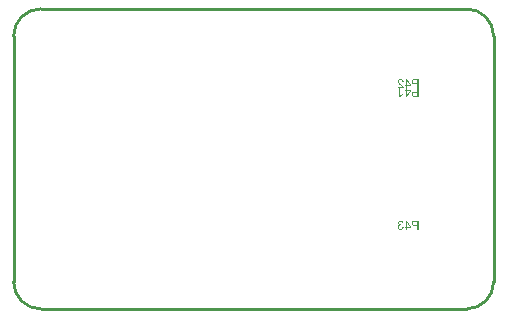
<source format=gm1>
G04*
G04 #@! TF.GenerationSoftware,Altium Limited,Altium Designer,20.1.11 (218)*
G04*
G04 Layer_Color=4660084*
%FSLAX44Y44*%
%MOMM*%
G71*
G04*
G04 #@! TF.SameCoordinates,FB7AA9F9-362F-42BE-8F52-ADE0DE83CFEB*
G04*
G04*
G04 #@! TF.FilePolarity,Positive*
G04*
G01*
G75*
%ADD22C,0.2540*%
G36*
X327847Y194696D02*
X328036Y194686D01*
X328216Y194656D01*
X328376Y194616D01*
X328536Y194576D01*
X328675Y194527D01*
X328805Y194477D01*
X328925Y194427D01*
X329035Y194367D01*
X329125Y194317D01*
X329204Y194267D01*
X329274Y194227D01*
X329324Y194187D01*
X329364Y194157D01*
X329384Y194147D01*
X329394Y194137D01*
X329514Y194028D01*
X329614Y193908D01*
X329703Y193778D01*
X329783Y193638D01*
X329853Y193508D01*
X329913Y193369D01*
X330003Y193099D01*
X330043Y192979D01*
X330073Y192860D01*
X330093Y192760D01*
X330113Y192670D01*
X330123Y192590D01*
Y192540D01*
X330133Y192500D01*
Y192490D01*
X329165Y192390D01*
X329145Y192650D01*
X329105Y192869D01*
X329035Y193059D01*
X328955Y193229D01*
X328885Y193349D01*
X328815Y193449D01*
X328775Y193498D01*
X328755Y193518D01*
X328596Y193658D01*
X328416Y193758D01*
X328226Y193828D01*
X328056Y193878D01*
X327907Y193908D01*
X327837Y193918D01*
X327777D01*
X327737Y193928D01*
X327667D01*
X327438Y193908D01*
X327228Y193868D01*
X327048Y193808D01*
X326898Y193738D01*
X326779Y193658D01*
X326689Y193598D01*
X326639Y193558D01*
X326619Y193538D01*
X326479Y193389D01*
X326380Y193229D01*
X326310Y193079D01*
X326260Y192929D01*
X326230Y192800D01*
X326220Y192690D01*
X326210Y192650D01*
Y192630D01*
Y192610D01*
Y192600D01*
Y192500D01*
X326230Y192400D01*
X326280Y192191D01*
X326349Y192001D01*
X326429Y191831D01*
X326519Y191682D01*
X326559Y191622D01*
X326589Y191562D01*
X326619Y191522D01*
X326639Y191492D01*
X326649Y191472D01*
X326659Y191462D01*
X326749Y191342D01*
X326859Y191222D01*
X326978Y191093D01*
X327108Y190953D01*
X327388Y190683D01*
X327667Y190424D01*
X327797Y190304D01*
X327927Y190194D01*
X328046Y190095D01*
X328146Y190005D01*
X328226Y189935D01*
X328296Y189885D01*
X328336Y189845D01*
X328346Y189835D01*
X328635Y189595D01*
X328885Y189376D01*
X329095Y189176D01*
X329264Y189006D01*
X329404Y188867D01*
X329504Y188757D01*
X329534Y188717D01*
X329564Y188687D01*
X329574Y188677D01*
X329584Y188667D01*
X329734Y188477D01*
X329863Y188298D01*
X329963Y188128D01*
X330053Y187968D01*
X330123Y187838D01*
X330163Y187739D01*
X330183Y187699D01*
X330193Y187669D01*
X330203Y187659D01*
Y187649D01*
X330243Y187529D01*
X330272Y187419D01*
X330293Y187309D01*
X330303Y187210D01*
X330312Y187120D01*
Y187060D01*
Y187020D01*
Y187000D01*
X327567D01*
Y181001D01*
X327587Y181011D01*
X327627Y181051D01*
X327707Y181120D01*
X327807Y181200D01*
X327937Y181300D01*
X328096Y181410D01*
X328266Y181530D01*
X328466Y181649D01*
X328476D01*
X328486Y181660D01*
X328516Y181679D01*
X328556Y181700D01*
X328665Y181759D01*
X328795Y181829D01*
X328945Y181909D01*
X329115Y181989D01*
X329284Y182069D01*
X329454Y182139D01*
Y181220D01*
X329444D01*
X329414Y181200D01*
X329374Y181180D01*
X329324Y181150D01*
X329254Y181120D01*
X329174Y181071D01*
X328985Y180971D01*
X328775Y180841D01*
X328536Y180681D01*
X328306Y180512D01*
X328076Y180322D01*
X328066Y180312D01*
X328046Y180302D01*
X328017Y180272D01*
X327977Y180232D01*
X327877Y180132D01*
X327747Y179993D01*
X327617Y179843D01*
X327477Y179663D01*
X327348Y179483D01*
X327238Y179294D01*
X326629D01*
Y187000D01*
X325232D01*
Y187908D01*
X329005D01*
X328875Y188088D01*
X328805Y188178D01*
X328745Y188248D01*
X328685Y188318D01*
X328645Y188368D01*
X328615Y188398D01*
X328605Y188407D01*
X328556Y188457D01*
X328486Y188527D01*
X328416Y188597D01*
X328336Y188667D01*
X328156Y188827D01*
X327967Y188986D01*
X327797Y189136D01*
X327717Y189206D01*
X327657Y189266D01*
X327597Y189306D01*
X327557Y189346D01*
X327527Y189366D01*
X327517Y189376D01*
X327338Y189536D01*
X327158Y189685D01*
X327008Y189815D01*
X326859Y189945D01*
X326729Y190065D01*
X326609Y190184D01*
X326499Y190284D01*
X326409Y190374D01*
X326320Y190454D01*
X326250Y190524D01*
X326190Y190584D01*
X326140Y190634D01*
X326110Y190674D01*
X326080Y190703D01*
X326060Y190713D01*
Y190723D01*
X325910Y190903D01*
X325780Y191083D01*
X325671Y191242D01*
X325581Y191382D01*
X325511Y191492D01*
X325471Y191582D01*
X325441Y191642D01*
X325431Y191662D01*
X325371Y191831D01*
X325321Y191991D01*
X325291Y192151D01*
X325261Y192281D01*
X325252Y192400D01*
X325242Y192490D01*
Y192550D01*
Y192570D01*
X325252Y192740D01*
X325271Y192899D01*
X325301Y193049D01*
X325341Y193189D01*
X325451Y193449D01*
X325501Y193568D01*
X325561Y193668D01*
X325631Y193768D01*
X325681Y193848D01*
X325741Y193918D01*
X325790Y193978D01*
X325830Y194028D01*
X325860Y194057D01*
X325880Y194077D01*
X325890Y194087D01*
X326020Y194197D01*
X326150Y194287D01*
X326290Y194377D01*
X326439Y194447D01*
X326589Y194507D01*
X326729Y194557D01*
X327008Y194626D01*
X327138Y194656D01*
X327258Y194676D01*
X327368Y194686D01*
X327467Y194696D01*
X327537Y194706D01*
X327647D01*
X327847Y194696D01*
D02*
G37*
G36*
X342900Y187000D02*
X342900D01*
X342900D01*
Y179324D01*
X339746D01*
X339576Y179334D01*
X339396Y179344D01*
X339197Y179354D01*
X339007Y179374D01*
X338847Y179404D01*
X338817D01*
X338797Y179414D01*
X338757Y179424D01*
X338648Y179443D01*
X338518Y179483D01*
X338368Y179533D01*
X338218Y179593D01*
X338059Y179673D01*
X337909Y179763D01*
X337889Y179773D01*
X337849Y179813D01*
X337769Y179873D01*
X337689Y179953D01*
X337589Y180052D01*
X337480Y180182D01*
X337380Y180332D01*
X337290Y180502D01*
Y180512D01*
X337280Y180522D01*
X337270Y180551D01*
X337250Y180581D01*
X337210Y180681D01*
X337170Y180811D01*
X337130Y180971D01*
X337090Y181150D01*
X337060Y181340D01*
X337050Y181550D01*
Y181560D01*
Y181590D01*
Y181640D01*
X337060Y181709D01*
X337070Y181799D01*
X337080Y181899D01*
X337100Y182009D01*
X337130Y182119D01*
X337200Y182388D01*
X337250Y182518D01*
X337320Y182658D01*
X337390Y182798D01*
X337470Y182937D01*
X337570Y183077D01*
X337679Y183207D01*
X337689Y183217D01*
X337709Y183237D01*
X337749Y183267D01*
X337799Y183317D01*
X337869Y183367D01*
X337959Y183416D01*
X338069Y183486D01*
X338188Y183546D01*
X338338Y183606D01*
X338498Y183666D01*
X338688Y183726D01*
X338887Y183776D01*
X339117Y183826D01*
X339366Y183856D01*
X339636Y183876D01*
X339925Y183886D01*
X341882D01*
Y187000D01*
Y190114D01*
X339925D01*
X339636Y190124D01*
X339366Y190144D01*
X339117Y190174D01*
X338887Y190224D01*
X338688Y190274D01*
X338498Y190334D01*
X338338Y190394D01*
X338188Y190454D01*
X338069Y190514D01*
X337959Y190584D01*
X337869Y190634D01*
X337799Y190683D01*
X337749Y190733D01*
X337709Y190763D01*
X337689Y190783D01*
X337679Y190793D01*
X337570Y190923D01*
X337470Y191063D01*
X337390Y191203D01*
X337320Y191342D01*
X337250Y191482D01*
X337200Y191612D01*
X337130Y191881D01*
X337100Y191991D01*
X337080Y192101D01*
X337070Y192201D01*
X337060Y192291D01*
X337050Y192360D01*
Y192410D01*
Y192440D01*
Y192450D01*
X337060Y192660D01*
X337090Y192850D01*
X337130Y193029D01*
X337170Y193189D01*
X337210Y193319D01*
X337250Y193419D01*
X337270Y193449D01*
X337280Y193479D01*
X337290Y193488D01*
Y193498D01*
X337380Y193668D01*
X337480Y193818D01*
X337589Y193948D01*
X337689Y194047D01*
X337769Y194127D01*
X337849Y194187D01*
X337889Y194227D01*
X337909Y194237D01*
X338059Y194327D01*
X338218Y194407D01*
X338368Y194467D01*
X338518Y194517D01*
X338648Y194557D01*
X338757Y194576D01*
X338797Y194587D01*
X338817Y194597D01*
X338847D01*
X339007Y194626D01*
X339197Y194646D01*
X339396Y194656D01*
X339576Y194666D01*
X339746Y194676D01*
X342900D01*
Y187000D01*
D02*
G37*
G36*
X336451Y189705D02*
Y188837D01*
X333117D01*
Y187000D01*
Y185163D01*
X336451D01*
Y184295D01*
X332948Y179324D01*
X332179D01*
Y184295D01*
X331141D01*
Y185163D01*
X332179D01*
Y187000D01*
Y188837D01*
X331141D01*
Y189705D01*
X332179D01*
Y194676D01*
X332948D01*
X336451Y189705D01*
D02*
G37*
G36*
X327947Y74696D02*
X328106Y74686D01*
X328406Y74626D01*
X328665Y74537D01*
X328775Y74487D01*
X328885Y74447D01*
X328975Y74397D01*
X329065Y74347D01*
X329134Y74297D01*
X329194Y74257D01*
X329244Y74227D01*
X329274Y74197D01*
X329294Y74187D01*
X329304Y74177D01*
X329414Y74077D01*
X329514Y73968D01*
X329684Y73728D01*
X329813Y73488D01*
X329923Y73259D01*
X329963Y73149D01*
X329993Y73049D01*
X330023Y72949D01*
X330043Y72880D01*
X330063Y72810D01*
X330073Y72760D01*
X330083Y72730D01*
Y72720D01*
X329145Y72550D01*
X329095Y72790D01*
X329035Y72999D01*
X328955Y73179D01*
X328875Y73319D01*
X328805Y73439D01*
X328745Y73518D01*
X328705Y73558D01*
X328685Y73578D01*
X328536Y73698D01*
X328386Y73778D01*
X328226Y73838D01*
X328086Y73888D01*
X327957Y73908D01*
X327847Y73918D01*
X327807Y73928D01*
X327757D01*
X327557Y73918D01*
X327388Y73878D01*
X327228Y73818D01*
X327098Y73758D01*
X326998Y73688D01*
X326918Y73638D01*
X326879Y73598D01*
X326859Y73578D01*
X326739Y73449D01*
X326649Y73299D01*
X326589Y73159D01*
X326539Y73029D01*
X326519Y72909D01*
X326509Y72820D01*
X326499Y72750D01*
Y72740D01*
Y72730D01*
X326509Y72610D01*
X326519Y72500D01*
X326579Y72301D01*
X326649Y72131D01*
X326739Y71991D01*
X326829Y71891D01*
X326908Y71811D01*
X326968Y71771D01*
X326978Y71751D01*
X326988D01*
X327168Y71652D01*
X327358Y71572D01*
X327537Y71522D01*
X327707Y71482D01*
X327847Y71462D01*
X327967Y71452D01*
X328007Y71442D01*
X328116D01*
X328166Y71452D01*
X328196Y71462D01*
X328216D01*
X328326Y70634D01*
X328186Y70663D01*
X328056Y70693D01*
X327937Y70713D01*
X327837Y70723D01*
X327767Y70733D01*
X327657D01*
X327418Y70713D01*
X327208Y70663D01*
X327028Y70604D01*
X326869Y70524D01*
X326749Y70444D01*
X326659Y70384D01*
X326599Y70334D01*
X326579Y70314D01*
X326499Y70234D01*
X326439Y70144D01*
X326329Y69975D01*
X326250Y69795D01*
X326200Y69625D01*
X326170Y69476D01*
X326160Y69406D01*
Y69356D01*
X326150Y69306D01*
Y69276D01*
Y69256D01*
Y69246D01*
Y69126D01*
X326170Y69006D01*
X326220Y68787D01*
X326300Y68587D01*
X326380Y68427D01*
X326459Y68288D01*
X326539Y68188D01*
X326569Y68158D01*
X326589Y68128D01*
X326599Y68118D01*
X326609Y68108D01*
X326699Y68028D01*
X326789Y67958D01*
X326978Y67839D01*
X327168Y67759D01*
X327348Y67709D01*
X327497Y67669D01*
X327567Y67659D01*
X327627D01*
X327667Y67649D01*
X327737D01*
X327937Y67669D01*
X328126Y67709D01*
X328286Y67759D01*
X328426Y67828D01*
X328546Y67888D01*
X328625Y67948D01*
X328675Y67988D01*
X328695Y67998D01*
X328765Y68068D01*
X328825Y68148D01*
X328935Y68338D01*
X329035Y68527D01*
X329105Y68717D01*
X329165Y68897D01*
X329184Y68966D01*
X329204Y69036D01*
X329214Y69086D01*
X329224Y69126D01*
X329234Y69156D01*
Y69166D01*
X330173Y69036D01*
X330153Y68857D01*
X330113Y68687D01*
X330073Y68537D01*
X330013Y68387D01*
X329953Y68248D01*
X329893Y68118D01*
X329823Y67998D01*
X329763Y67888D01*
X329693Y67799D01*
X329634Y67709D01*
X329574Y67639D01*
X329524Y67579D01*
X329474Y67529D01*
X329444Y67499D01*
X329424Y67479D01*
X329414Y67469D01*
X329284Y67359D01*
X329155Y67270D01*
X329015Y67190D01*
X328865Y67120D01*
X328725Y67070D01*
X328586Y67020D01*
X328326Y66950D01*
X328206Y66920D01*
X328086Y66900D01*
X327987Y66890D01*
X327907Y66880D01*
X327837Y66870D01*
X327737D01*
X327527Y66880D01*
X327338Y66900D01*
X327148Y66930D01*
X326978Y66980D01*
X326809Y67030D01*
X326659Y67090D01*
X326519Y67150D01*
X326389Y67220D01*
X326280Y67280D01*
X326180Y67339D01*
X326090Y67399D01*
X326020Y67449D01*
X325960Y67499D01*
X325920Y67529D01*
X325900Y67549D01*
X325890Y67559D01*
X325761Y67689D01*
X325651Y67828D01*
X325551Y67978D01*
X325461Y68118D01*
X325391Y68268D01*
X325331Y68408D01*
X325281Y68547D01*
X325242Y68677D01*
X325211Y68797D01*
X325192Y68907D01*
X325172Y69006D01*
X325162Y69096D01*
X325152Y69166D01*
Y69226D01*
Y69256D01*
Y69266D01*
X325172Y69535D01*
X325211Y69765D01*
X325271Y69975D01*
X325341Y70154D01*
X325411Y70304D01*
X325441Y70354D01*
X325471Y70404D01*
X325491Y70444D01*
X325511Y70474D01*
X325531Y70484D01*
Y70494D01*
X325681Y70663D01*
X325860Y70803D01*
X326030Y70923D01*
X326200Y71013D01*
X326349Y71073D01*
X326419Y71103D01*
X326479Y71123D01*
X326519Y71133D01*
X326559Y71143D01*
X326579Y71153D01*
X326589D01*
X326409Y71252D01*
X326250Y71352D01*
X326110Y71462D01*
X326000Y71572D01*
X325910Y71662D01*
X325850Y71732D01*
X325811Y71782D01*
X325801Y71801D01*
X325711Y71961D01*
X325641Y72121D01*
X325601Y72271D01*
X325561Y72410D01*
X325541Y72530D01*
X325531Y72630D01*
Y72690D01*
Y72700D01*
Y72710D01*
X325541Y72899D01*
X325571Y73079D01*
X325621Y73249D01*
X325671Y73399D01*
X325731Y73518D01*
X325770Y73618D01*
X325811Y73678D01*
X325821Y73688D01*
Y73698D01*
X325930Y73868D01*
X326060Y74008D01*
X326200Y74137D01*
X326329Y74247D01*
X326449Y74327D01*
X326539Y74387D01*
X326579Y74407D01*
X326609Y74427D01*
X326619Y74437D01*
X326629D01*
X326829Y74527D01*
X327028Y74596D01*
X327218Y74636D01*
X327398Y74676D01*
X327547Y74696D01*
X327617D01*
X327667Y74706D01*
X327777D01*
X327947Y74696D01*
D02*
G37*
G36*
X342900Y67000D02*
X341882D01*
Y70114D01*
X339925D01*
X339636Y70124D01*
X339366Y70144D01*
X339117Y70174D01*
X338887Y70224D01*
X338688Y70274D01*
X338498Y70334D01*
X338338Y70394D01*
X338188Y70454D01*
X338069Y70514D01*
X337959Y70584D01*
X337869Y70634D01*
X337799Y70683D01*
X337749Y70733D01*
X337709Y70763D01*
X337689Y70783D01*
X337679Y70793D01*
X337570Y70923D01*
X337470Y71063D01*
X337390Y71203D01*
X337320Y71342D01*
X337250Y71482D01*
X337200Y71612D01*
X337130Y71881D01*
X337100Y71991D01*
X337080Y72101D01*
X337070Y72201D01*
X337060Y72291D01*
X337050Y72360D01*
Y72410D01*
Y72440D01*
Y72450D01*
X337060Y72660D01*
X337090Y72850D01*
X337130Y73029D01*
X337170Y73189D01*
X337210Y73319D01*
X337250Y73418D01*
X337270Y73449D01*
X337280Y73478D01*
X337290Y73488D01*
Y73498D01*
X337380Y73668D01*
X337480Y73818D01*
X337589Y73948D01*
X337689Y74047D01*
X337769Y74127D01*
X337849Y74187D01*
X337889Y74227D01*
X337909Y74237D01*
X338059Y74327D01*
X338218Y74407D01*
X338368Y74467D01*
X338518Y74517D01*
X338648Y74556D01*
X338757Y74577D01*
X338797Y74587D01*
X338817Y74596D01*
X338847D01*
X339007Y74626D01*
X339197Y74646D01*
X339396Y74656D01*
X339576Y74666D01*
X339746Y74676D01*
X342900D01*
Y67000D01*
D02*
G37*
G36*
X336451Y69705D02*
Y68837D01*
X333117D01*
Y67000D01*
X332179D01*
Y68837D01*
X331141D01*
Y69705D01*
X332179D01*
Y74676D01*
X332948D01*
X336451Y69705D01*
D02*
G37*
%LPC*%
G36*
X341882Y193768D02*
X339686D01*
X339486Y193758D01*
X339326Y193748D01*
X339197Y193738D01*
X339107Y193718D01*
X339037Y193708D01*
X338997Y193698D01*
X338987D01*
X338847Y193648D01*
X338717Y193578D01*
X338608Y193508D01*
X338518Y193428D01*
X338448Y193359D01*
X338388Y193299D01*
X338358Y193259D01*
X338348Y193239D01*
X338268Y193109D01*
X338208Y192969D01*
X338158Y192830D01*
X338129Y192700D01*
X338108Y192590D01*
X338099Y192500D01*
Y192440D01*
Y192430D01*
Y192420D01*
X338119Y192181D01*
X338168Y191981D01*
X338228Y191801D01*
X338308Y191652D01*
X338388Y191532D01*
X338448Y191452D01*
X338498Y191402D01*
X338518Y191382D01*
X338598Y191322D01*
X338698Y191262D01*
X338907Y191173D01*
X339137Y191113D01*
X339366Y191073D01*
X339576Y191043D01*
X339666Y191033D01*
X339746D01*
X339815Y191023D01*
X341882D01*
Y193768D01*
D02*
G37*
G36*
Y182977D02*
X339815D01*
X339746Y182967D01*
X339666D01*
X339576Y182957D01*
X339366Y182927D01*
X339137Y182887D01*
X338907Y182827D01*
X338698Y182738D01*
X338598Y182678D01*
X338518Y182618D01*
X338498Y182598D01*
X338448Y182548D01*
X338388Y182468D01*
X338308Y182348D01*
X338228Y182199D01*
X338168Y182019D01*
X338119Y181819D01*
X338099Y181580D01*
Y181570D01*
Y181560D01*
Y181500D01*
X338108Y181410D01*
X338129Y181300D01*
X338158Y181170D01*
X338208Y181031D01*
X338268Y180891D01*
X338348Y180761D01*
X338358Y180741D01*
X338388Y180701D01*
X338448Y180641D01*
X338518Y180571D01*
X338608Y180492D01*
X338717Y180422D01*
X338847Y180352D01*
X338987Y180302D01*
X338997D01*
X339037Y180292D01*
X339107Y180282D01*
X339197Y180262D01*
X339326Y180252D01*
X339486Y180242D01*
X339686Y180232D01*
X341882D01*
Y182977D01*
D02*
G37*
G36*
X333117Y193169D02*
Y189705D01*
X335533D01*
X333117Y193169D01*
D02*
G37*
G36*
X335533Y184295D02*
X333117D01*
Y180831D01*
X335533Y184295D01*
D02*
G37*
G36*
X341882Y73768D02*
X339686D01*
X339486Y73758D01*
X339326Y73748D01*
X339197Y73738D01*
X339107Y73718D01*
X339037Y73708D01*
X338997Y73698D01*
X338987D01*
X338847Y73648D01*
X338717Y73578D01*
X338608Y73508D01*
X338518Y73429D01*
X338448Y73359D01*
X338388Y73299D01*
X338358Y73259D01*
X338348Y73239D01*
X338268Y73109D01*
X338208Y72969D01*
X338158Y72830D01*
X338129Y72700D01*
X338108Y72590D01*
X338099Y72500D01*
Y72440D01*
Y72430D01*
Y72420D01*
X338119Y72181D01*
X338168Y71981D01*
X338228Y71801D01*
X338308Y71652D01*
X338388Y71532D01*
X338448Y71452D01*
X338498Y71402D01*
X338518Y71382D01*
X338598Y71322D01*
X338698Y71262D01*
X338907Y71173D01*
X339137Y71113D01*
X339366Y71073D01*
X339576Y71043D01*
X339666Y71033D01*
X339746D01*
X339815Y71023D01*
X341882D01*
Y73768D01*
D02*
G37*
G36*
X333117Y73169D02*
Y69705D01*
X335533D01*
X333117Y73169D01*
D02*
G37*
%LPD*%
D22*
X22860Y254000D02*
G03*
X-10Y231150I-10J-22860D01*
G01*
X10Y22870D02*
G03*
X22860Y0I22860J-10D01*
G01*
X406420Y231150D02*
G03*
X383570Y254020I-22860J10D01*
G01*
X383570Y0D02*
G03*
X406440Y22850I10J22860D01*
G01*
X22860Y254000D02*
X383540Y254000D01*
X406420Y22830D02*
Y231140D01*
X22870Y0D02*
X383540Y0D01*
X0Y22880D02*
Y231120D01*
M02*

</source>
